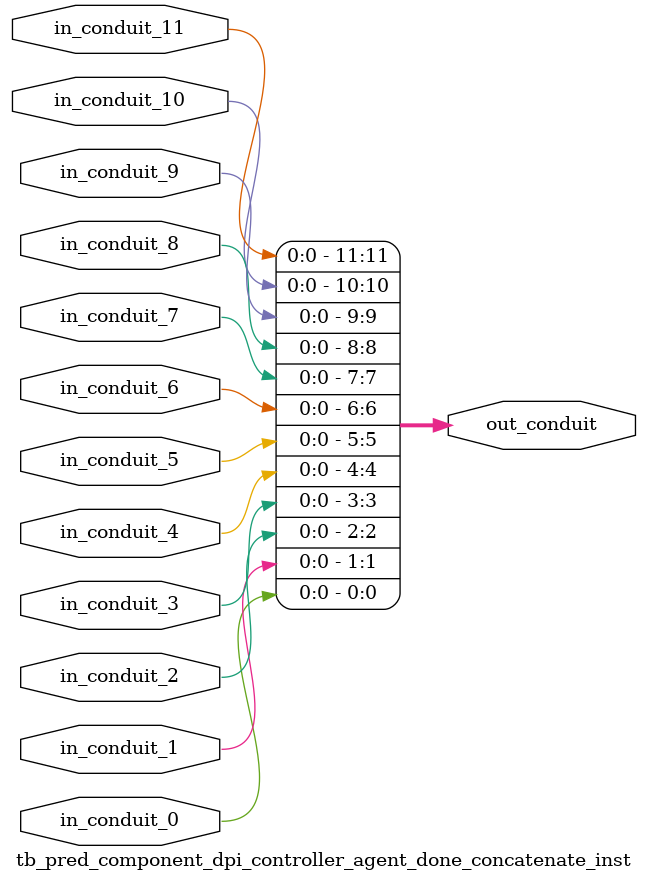
<source format=sv>





// --------------------------------------------------------------------------------
//| Avalon Concatenate Single-bit Conduits into a Multi-bit Conduit
// --------------------------------------------------------------------------------

// ------------------------------------------
// Generation parameters:
//   output_name:       tb_pred_component_dpi_controller_agent_done_concatenate_inst
//   multibit_width:    12
//
// ------------------------------------------

module tb_pred_component_dpi_controller_agent_done_concatenate_inst
#(
    parameter MULTIBIT_WIDTH = 12
)
(

// Interface: in_conduit_0
 input                    in_conduit_0,
// Interface: in_conduit_1
 input                    in_conduit_1,
// Interface: in_conduit_2
 input                    in_conduit_2,
// Interface: in_conduit_3
 input                    in_conduit_3,
// Interface: in_conduit_4
 input                    in_conduit_4,
// Interface: in_conduit_5
 input                    in_conduit_5,
// Interface: in_conduit_6
 input                    in_conduit_6,
// Interface: in_conduit_7
 input                    in_conduit_7,
// Interface: in_conduit_8
 input                    in_conduit_8,
// Interface: in_conduit_9
 input                    in_conduit_9,
// Interface: in_conduit_10
 input                    in_conduit_10,
// Interface: in_conduit_11
 input                    in_conduit_11,

// Interface: out_conduit
 output    [MULTIBIT_WIDTH-1:0]               out_conduit

);

   assign  out_conduit[0] = in_conduit_0;
   assign  out_conduit[1] = in_conduit_1;
   assign  out_conduit[2] = in_conduit_2;
   assign  out_conduit[3] = in_conduit_3;
   assign  out_conduit[4] = in_conduit_4;
   assign  out_conduit[5] = in_conduit_5;
   assign  out_conduit[6] = in_conduit_6;
   assign  out_conduit[7] = in_conduit_7;
   assign  out_conduit[8] = in_conduit_8;
   assign  out_conduit[9] = in_conduit_9;
   assign  out_conduit[10] = in_conduit_10;
   assign  out_conduit[11] = in_conduit_11;

endmodule //


</source>
